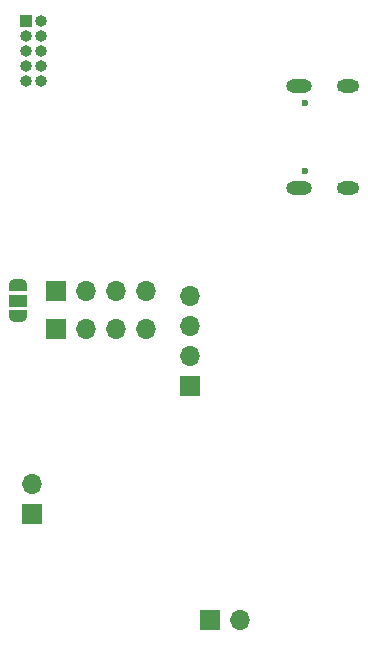
<source format=gbr>
%TF.GenerationSoftware,KiCad,Pcbnew,8.0.4*%
%TF.CreationDate,2024-11-03T02:00:12+08:00*%
%TF.ProjectId,MeshtasticStick,4d657368-7461-4737-9469-63537469636b,rev?*%
%TF.SameCoordinates,Original*%
%TF.FileFunction,Soldermask,Bot*%
%TF.FilePolarity,Negative*%
%FSLAX46Y46*%
G04 Gerber Fmt 4.6, Leading zero omitted, Abs format (unit mm)*
G04 Created by KiCad (PCBNEW 8.0.4) date 2024-11-03 02:00:12*
%MOMM*%
%LPD*%
G01*
G04 APERTURE LIST*
G04 Aperture macros list*
%AMFreePoly0*
4,1,19,0.550000,-0.750000,0.000000,-0.750000,0.000000,-0.744911,-0.071157,-0.744911,-0.207708,-0.704816,-0.327430,-0.627875,-0.420627,-0.520320,-0.479746,-0.390866,-0.500000,-0.250000,-0.500000,0.250000,-0.479746,0.390866,-0.420627,0.520320,-0.327430,0.627875,-0.207708,0.704816,-0.071157,0.744911,0.000000,0.744911,0.000000,0.750000,0.550000,0.750000,0.550000,-0.750000,0.550000,-0.750000,
$1*%
%AMFreePoly1*
4,1,19,0.000000,0.744911,0.071157,0.744911,0.207708,0.704816,0.327430,0.627875,0.420627,0.520320,0.479746,0.390866,0.500000,0.250000,0.500000,-0.250000,0.479746,-0.390866,0.420627,-0.520320,0.327430,-0.627875,0.207708,-0.704816,0.071157,-0.744911,0.000000,-0.744911,0.000000,-0.750000,-0.550000,-0.750000,-0.550000,0.750000,0.000000,0.750000,0.000000,0.744911,0.000000,0.744911,
$1*%
G04 Aperture macros list end*
%ADD10C,0.600000*%
%ADD11O,2.204000X1.104000*%
%ADD12O,1.904000X1.104000*%
%ADD13R,1.700000X1.700000*%
%ADD14O,1.700000X1.700000*%
%ADD15R,1.000000X1.000000*%
%ADD16O,1.000000X1.000000*%
%ADD17FreePoly0,90.000000*%
%ADD18R,1.500000X1.000000*%
%ADD19FreePoly1,90.000000*%
G04 APERTURE END LIST*
D10*
%TO.C,J1*%
X150625000Y-122542400D03*
X150625000Y-116762400D03*
D11*
X150135000Y-123977400D03*
X150135000Y-115327400D03*
D12*
X154305000Y-123977400D03*
X154305000Y-115327400D03*
%TD*%
D13*
%TO.C,J4*%
X129550000Y-135890000D03*
D14*
X132090000Y-135890000D03*
X134630000Y-135890000D03*
X137170000Y-135890000D03*
%TD*%
D15*
%TO.C,J2*%
X127000000Y-109855000D03*
D16*
X128270000Y-109855000D03*
X127000000Y-111125000D03*
X128270000Y-111125000D03*
X127000000Y-112395000D03*
X128270000Y-112395000D03*
X127000000Y-113665000D03*
X128270000Y-113665000D03*
X127000000Y-114935000D03*
X128270000Y-114935000D03*
%TD*%
D13*
%TO.C,J3*%
X129540000Y-132715000D03*
D14*
X132080000Y-132715000D03*
X134620000Y-132715000D03*
X137160000Y-132715000D03*
%TD*%
D13*
%TO.C,J6*%
X140900000Y-140740000D03*
D14*
X140900000Y-138200000D03*
X140900000Y-135660000D03*
X140900000Y-133120000D03*
%TD*%
D13*
%TO.C,J5*%
X142625000Y-160500000D03*
D14*
X145165000Y-160500000D03*
%TD*%
D13*
%TO.C,BT1*%
X127500000Y-151575000D03*
D14*
X127500000Y-149035000D03*
%TD*%
D17*
%TO.C,JP1*%
X126300000Y-134800000D03*
D18*
X126300000Y-133500000D03*
D19*
X126300000Y-132200000D03*
%TD*%
M02*

</source>
